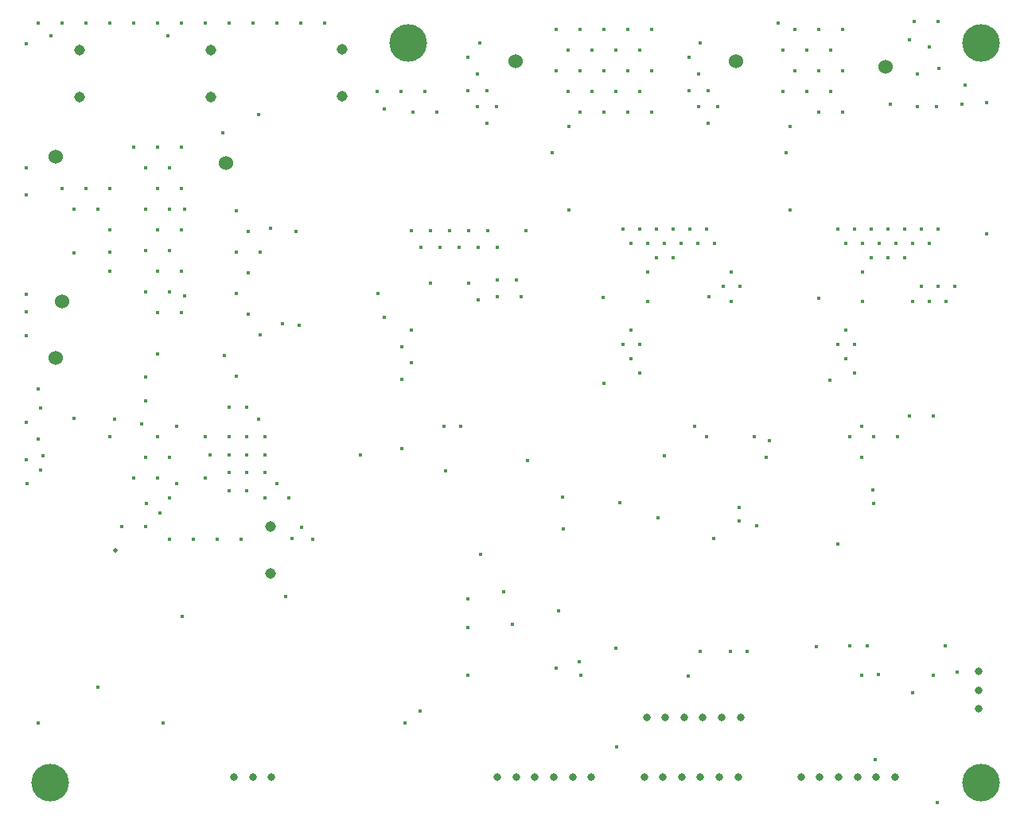
<source format=gbr>
G04 PROTEUS GERBER X2 FILE*
%TF.GenerationSoftware,Labcenter,Proteus,8.7-SP3-Build25561*%
%TF.CreationDate,2021-07-03T21:28:02+00:00*%
%TF.FileFunction,Plated,1,2,PTH*%
%TF.FilePolarity,Positive*%
%TF.Part,Single*%
%TF.SameCoordinates,{f2efd226-c5f6-4210-91bb-6bc09b7e039f}*%
%FSLAX45Y45*%
%MOMM*%
G01*
%TA.AperFunction,MechanicalDrill*%
%ADD150C,0.381000*%
%TA.AperFunction,ViaDrill*%
%ADD151C,0.381000*%
%ADD152C,0.508000*%
%TA.AperFunction,ComponentDrill*%
%ADD153C,1.524000*%
%TA.AperFunction,ComponentDrill*%
%ADD154C,0.812800*%
%TA.AperFunction,ComponentDrill*%
%ADD155C,1.143000*%
%TA.AperFunction,OtherDrill,Unknown*%
%ADD156C,4.000000*%
%TD.AperFunction*%
D150*
X+3225800Y+1174750D03*
X+3479800Y+1174750D03*
X+5257800Y+1174750D03*
X+5511800Y+1174750D03*
X+5765800Y+1174750D03*
X+7543800Y+1174750D03*
X+7797800Y+1174750D03*
X+3098800Y+1394720D03*
X+3352800Y+1394720D03*
X+4876800Y+1394720D03*
X+5130800Y+1394720D03*
X+5384800Y+1394720D03*
X+5638800Y+1394720D03*
X+7162800Y+1394720D03*
X+7416800Y+1394720D03*
X+7670800Y+1394720D03*
X+4749800Y+1614690D03*
X+5003800Y+1614690D03*
X+5257800Y+1614690D03*
X+5511800Y+1614690D03*
X+5765800Y+1614690D03*
X+7289800Y+1614690D03*
X+7543800Y+1614690D03*
X+7797800Y+1614690D03*
X+4876800Y+1834660D03*
X+5130800Y+1834660D03*
X+5384800Y+1834660D03*
X+5638800Y+1834660D03*
X+7162800Y+1834660D03*
X+7416800Y+1834660D03*
X+7670800Y+1834660D03*
X+4749800Y+2054630D03*
X+5003800Y+2054630D03*
X+5257800Y+2054630D03*
X+5511800Y+2054630D03*
X+5765800Y+2054630D03*
X+7289800Y+2054630D03*
X+7543800Y+2054630D03*
X+7797800Y+2054630D03*
D151*
X+6375400Y-793750D03*
X+3213100Y-1497654D03*
X+3111500Y-1321678D03*
X+3213100Y-1145702D03*
X+4127500Y-617774D03*
X+4330700Y-617774D03*
X+3314700Y-265822D03*
X+3517900Y-265822D03*
X+3721100Y-265822D03*
X+3924300Y-265822D03*
X+4127500Y-265822D03*
X+3213100Y-89846D03*
X+3416300Y-89846D03*
X+3619500Y-89846D03*
X+3822700Y-89846D03*
X+4025900Y-89846D03*
X+4432300Y-89846D03*
X+4013200Y+1052310D03*
X+3911600Y+1228286D03*
X+4114800Y+1228286D03*
X+3810000Y+1404262D03*
X+4013200Y+1404262D03*
X+3911600Y+1580238D03*
X+3810000Y+1756214D03*
X+3937000Y+1905000D03*
X+8597900Y+1228286D03*
X+8801100Y+1228286D03*
X+8597900Y+1580238D03*
X+8724900Y+1866900D03*
X+6363969Y+1052310D03*
X+6262369Y+1228286D03*
X+6465569Y+1228286D03*
X+6160769Y+1404262D03*
X+6363969Y+1404262D03*
X+6262369Y+1580238D03*
X+6160769Y+1756214D03*
X+6286500Y+1905000D03*
X+7747000Y-3429000D03*
X+6428649Y-3363510D03*
D150*
X+3111500Y-1673630D03*
X+4127500Y-793750D03*
X+4381500Y-793750D03*
X+5003800Y+1174750D03*
D151*
X-127000Y-4953000D03*
D152*
X+63500Y-3492500D03*
D151*
X+1870921Y-3983646D03*
D150*
X+1599186Y-1195100D03*
X+1472186Y-975130D03*
X+1345186Y-755160D03*
X+1472186Y-535190D03*
X+1345186Y-315220D03*
X+1599186Y-315220D03*
X+1472186Y-95250D03*
X+1345186Y+124720D03*
X+1714500Y-63500D03*
X+1206500Y+952500D03*
X+1587500Y+1143000D03*
X-876300Y-2781300D03*
X-889000Y-2526810D03*
X-762000Y-2306840D03*
X-889000Y-2133600D03*
X-381000Y-2086870D03*
X-762000Y-1778000D03*
X-736600Y-1981200D03*
X-889000Y-1206990D03*
X-889000Y-952500D03*
X-889000Y-767050D03*
X-381000Y-327110D03*
X+2844800Y+1394720D03*
X+8305800Y+1257545D03*
X+9067800Y+1257545D03*
X+8509000Y+1943100D03*
X+8559800Y+2137425D03*
X+8813800Y+2137425D03*
D151*
X+5837110Y-3144357D03*
X+2921000Y+1206500D03*
X+4889500Y+1016000D03*
X+4889500Y+127000D03*
X+2857500Y-762000D03*
X+9334500Y-127000D03*
X+9334500Y+1270000D03*
X+7239000Y+1016000D03*
X+7239000Y+127000D03*
X+4191000Y-3937000D03*
X+6286500Y-4572000D03*
X+6604000Y-4572000D03*
X+7519052Y-4519896D03*
X+7874000Y-4508500D03*
X+3811743Y-4009908D03*
X+3810000Y-4318000D03*
X+2921000Y-1016000D03*
D150*
X+635000Y-3378275D03*
X+889000Y-3378275D03*
X+1143000Y-3378275D03*
X+1397000Y-3378275D03*
X+1943100Y-3365500D03*
X+2159000Y-3378275D03*
X+127000Y-3238500D03*
X+381000Y-3238500D03*
X+1651000Y-2667000D03*
X+1651000Y-2286000D03*
X+1460500Y-2476500D03*
X+393700Y-2997200D03*
X+508000Y-2718365D03*
X+1460500Y-2857500D03*
X+1460500Y-2667000D03*
X+1651000Y-2476500D03*
X+381000Y-2498395D03*
X+381000Y-1651000D03*
X+1270000Y-2476500D03*
X+1270000Y-2667000D03*
X+3111500Y-2413000D03*
X+4445000Y-2540000D03*
X+6985000Y-2498395D03*
X+0Y-2278425D03*
X+342900Y-2146300D03*
X+508000Y-2278425D03*
X+1016000Y-2278425D03*
X+1270000Y-2278425D03*
X+1270000Y-2857500D03*
X+1270000Y-1968500D03*
X+1460500Y-1968500D03*
X+1460500Y-2286000D03*
X+6858000Y-2278425D03*
X+381000Y-1905000D03*
X+1587500Y-2095500D03*
X+508000Y-1398545D03*
X+508000Y-958605D03*
X+762000Y-958605D03*
X+381000Y-738635D03*
X+635000Y-738635D03*
X+0Y-518665D03*
X+508000Y-518665D03*
X+762000Y-518665D03*
X+381000Y-298695D03*
X+635000Y-298695D03*
X+0Y-78725D03*
X+508000Y-78725D03*
X+762000Y-78725D03*
X-381000Y+141245D03*
X-127000Y+141245D03*
X+381000Y+141245D03*
X+635000Y+141245D03*
X-508000Y+361215D03*
X-254000Y+361215D03*
X+0Y+361215D03*
X+508000Y+361215D03*
X+762000Y+361215D03*
X-889000Y+581185D03*
X+381000Y+581185D03*
X+635000Y+581185D03*
X+254000Y+801155D03*
X+508000Y+801155D03*
X+762000Y+801155D03*
X-889000Y+1901005D03*
X-762000Y+2120975D03*
X-508000Y+2120975D03*
X-254000Y+2120975D03*
X+0Y+2120975D03*
X+254000Y+2120975D03*
X+508000Y+2120975D03*
X+762000Y+2120975D03*
X+1016000Y+2120975D03*
X+1270000Y+2120975D03*
X+1524000Y+2120975D03*
X+1778000Y+2120975D03*
X+2032000Y+2120975D03*
X+2286000Y+2120975D03*
D151*
X+5384021Y-4535575D03*
X-762000Y-5334000D03*
X+4283159Y-4283011D03*
X+4826045Y-3267760D03*
X+8890000Y-4508500D03*
X+8144101Y-5716084D03*
X+6153231Y-4826944D03*
X+6778656Y-4571579D03*
X+8064500Y-4508500D03*
X+8001000Y-4826000D03*
X+5397500Y-5588000D03*
X+4775444Y-4133215D03*
X+4754453Y-4741974D03*
X+3810000Y-4826000D03*
X+4993399Y-4680922D03*
X+5016500Y-4826000D03*
X+3302000Y-5207000D03*
X+3145817Y-5333103D03*
X+2667000Y-2476500D03*
X+1841500Y-1079500D03*
X+2014205Y-1094840D03*
X+571500Y-5334000D03*
X+772975Y-4198785D03*
X+3576345Y-2643122D03*
X+7543800Y-812800D03*
X+8127850Y-2993866D03*
X+8118219Y-2853714D03*
X+4818888Y-2925288D03*
X+5249412Y-804176D03*
X+6696244Y-3035770D03*
X+5257800Y-1714500D03*
X+5905500Y-2489200D03*
X+6883138Y-3230089D03*
X+6698805Y-3180794D03*
X+7664736Y-1676863D03*
D150*
X-736600Y-2641600D03*
X+635000Y-2938335D03*
X+1651000Y-2938335D03*
X+1905000Y-2938335D03*
X+254000Y-2718365D03*
X+1016000Y-2718365D03*
X+50800Y-2095500D03*
X+635000Y-2498395D03*
X+8001000Y-2498395D03*
X+6350000Y-2278425D03*
X+7874000Y-2278425D03*
X+8128000Y-2278425D03*
X+8382000Y-2278425D03*
X+8509000Y-2058455D03*
X+8763000Y-2058455D03*
X+1345186Y-1635040D03*
X+1218186Y-1415070D03*
X+1980186Y-95250D03*
D151*
X+3944752Y-3532550D03*
X+5431385Y-2982601D03*
D150*
X+3924300Y-823914D03*
X+3416300Y-647938D03*
X+3822700Y-647938D03*
D151*
X+7924800Y-1608885D03*
X+7835900Y-1454906D03*
X+7747000Y-1300927D03*
X+7924800Y-1300927D03*
X+7835900Y-1146948D03*
X+8013700Y-838990D03*
X+8547100Y-838990D03*
X+8724900Y-838990D03*
X+8902700Y-838990D03*
X+8636000Y-685011D03*
X+8813800Y-685011D03*
X+8991600Y-685011D03*
X+8013700Y-531032D03*
X+8102600Y-377053D03*
X+8280400Y-377053D03*
X+8458200Y-377053D03*
X+7835900Y-223074D03*
X+8013700Y-223074D03*
X+8191500Y-223074D03*
X+8369300Y-223074D03*
X+8547100Y-223074D03*
X+8724900Y-223074D03*
X+7747000Y-69095D03*
X+7924800Y-69095D03*
X+8102600Y-69095D03*
X+8280400Y-69095D03*
X+8458200Y-69095D03*
X+8636000Y-69095D03*
X+8813800Y-69095D03*
X+5638800Y-1608885D03*
X+5549900Y-1454906D03*
X+5461000Y-1300927D03*
X+5638800Y-1300927D03*
X+5549900Y-1146948D03*
X+5727700Y-838990D03*
X+6616700Y-838990D03*
X+6527800Y-685011D03*
X+6705600Y-685011D03*
X+5727700Y-531032D03*
X+6616700Y-531032D03*
X+5816600Y-377053D03*
X+5994400Y-377053D03*
X+5549900Y-223074D03*
X+5727700Y-223074D03*
X+5905500Y-223074D03*
X+6083300Y-223074D03*
X+6261100Y-223074D03*
X+6438900Y-223074D03*
X+5461000Y-69095D03*
X+5638800Y-69095D03*
X+5816600Y-69095D03*
X+5994400Y-69095D03*
X+6172200Y-69095D03*
X+6350000Y-69095D03*
X+2044700Y-3246294D03*
X+533400Y-3092315D03*
X+711200Y-2784357D03*
X+1778000Y-2784357D03*
X+1066800Y-2476399D03*
X+7023100Y-2322420D03*
X+711200Y-2168441D03*
X+3556000Y-2168441D03*
X+3733800Y-2168441D03*
X+6223000Y-2168441D03*
X+8001000Y-2168441D03*
X+800100Y-782630D03*
X+0Y-320693D03*
X+800100Y+141244D03*
X-889000Y+295223D03*
X-622300Y+1988992D03*
X+622300Y+1988992D03*
X+4711700Y+738213D03*
X+7200900Y+738213D03*
X+7112000Y+2124024D03*
X-711200Y-2482816D03*
X+8826500Y+1638300D03*
X+9105900Y+1460500D03*
X+8179340Y-4812956D03*
X+8546457Y-5012353D03*
X+8802625Y-6177544D03*
X+9017000Y-4790567D03*
X+8763000Y-4826000D03*
D153*
X+4318000Y+1714500D03*
X+6667500Y+1714500D03*
X+8255000Y+1651000D03*
X-571500Y+698500D03*
X-571500Y-1447800D03*
D154*
X+9245600Y-5181500D03*
X+9245600Y-4981500D03*
X+9245600Y-4781500D03*
X+8356500Y-5905500D03*
X+8156500Y-5905500D03*
X+7956500Y-5905500D03*
X+7756500Y-5905500D03*
X+7556500Y-5905500D03*
X+7356500Y-5905500D03*
D153*
X-510798Y-841109D03*
X+1240380Y+628303D03*
D155*
X+1079500Y+1333500D03*
X+1079500Y+1833500D03*
X-317500Y+1333500D03*
X-317500Y+1833500D03*
X+2476500Y+1337500D03*
X+2476500Y+1837500D03*
D156*
X+9271000Y+1905000D03*
X+3175000Y+1905000D03*
X+9271000Y-5969000D03*
X-635000Y-5969000D03*
D154*
X+4124500Y-5905500D03*
X+4324500Y-5905500D03*
X+4524500Y-5905500D03*
X+4724500Y-5905500D03*
X+4924500Y-5905500D03*
X+5124500Y-5905500D03*
X+5686500Y-5905500D03*
X+5886500Y-5905500D03*
X+6086500Y-5905500D03*
X+6286500Y-5905500D03*
X+6486500Y-5905500D03*
X+6686500Y-5905500D03*
X+5712000Y-5270500D03*
X+5912000Y-5270500D03*
X+6112000Y-5270500D03*
X+6312000Y-5270500D03*
X+6512000Y-5270500D03*
X+6712000Y-5270500D03*
X+1722731Y-5905500D03*
X+1522731Y-5905500D03*
X+1322731Y-5905500D03*
D155*
X+1714500Y-3738500D03*
X+1714500Y-3238500D03*
M02*

</source>
